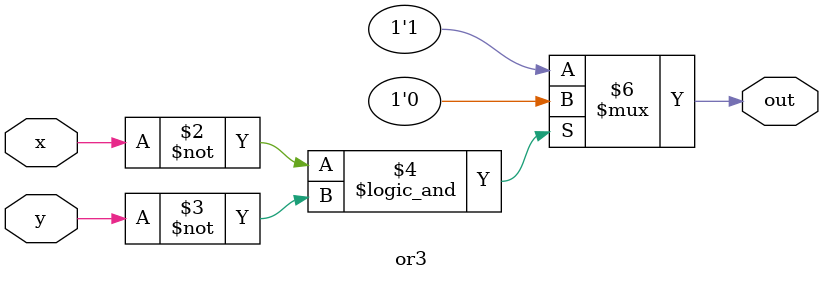
<source format=v>
module or3(x,y,out);

input x,y;
output reg out;

always@(*)
begin
if(x==0&&y==0)
out = 1'b0;
else
out = 1'b1;
end



endmodule

</source>
